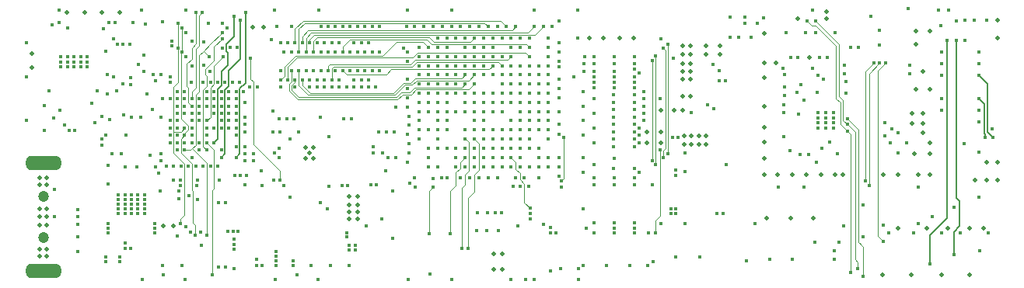
<source format=gbr>
G04 (created by PCBNEW (2013-07-07 BZR 4022)-stable) date 27/11/2015 23:20:48*
%MOIN*%
G04 Gerber Fmt 3.4, Leading zero omitted, Abs format*
%FSLAX34Y34*%
G01*
G70*
G90*
G04 APERTURE LIST*
%ADD10C,0.00590551*%
%ADD11C,0.019685*%
%ADD12C,0.0472441*%
%ADD13O,0.15748X0.0629921*%
%ADD14C,0.015748*%
%ADD15C,0.00393701*%
G04 APERTURE END LIST*
G54D10*
G54D11*
X62539Y-59232D03*
X62893Y-59232D03*
X62893Y-58562D03*
X62539Y-58562D03*
X56358Y-56082D03*
X56712Y-56082D03*
X56712Y-56437D03*
X56358Y-56437D03*
X56358Y-56751D03*
X56712Y-56751D03*
X56712Y-57066D03*
X56358Y-57066D03*
X70629Y-52381D03*
X70275Y-52381D03*
X69704Y-52381D03*
X71653Y-53838D03*
X71653Y-53484D03*
X70708Y-53838D03*
X70708Y-53484D03*
X71023Y-53484D03*
X71338Y-53484D03*
X71338Y-53838D03*
X71023Y-53838D03*
X69704Y-53307D03*
X69704Y-53779D03*
X70629Y-51771D03*
X70984Y-51771D03*
X71653Y-49606D03*
X72244Y-49606D03*
X70629Y-49606D03*
X70984Y-49606D03*
X70984Y-50000D03*
X70629Y-50000D03*
X70984Y-50728D03*
X70629Y-50728D03*
X70984Y-51062D03*
X70629Y-51062D03*
X83188Y-55393D03*
X83661Y-55393D03*
X83661Y-54606D03*
X42736Y-50551D03*
X42736Y-49940D03*
X46496Y-48188D03*
X45748Y-48188D03*
X44251Y-48188D03*
X45000Y-48188D03*
X52677Y-48818D03*
X52204Y-48818D03*
X48818Y-57362D03*
X48385Y-57362D03*
X79881Y-57440D03*
X76259Y-57007D03*
X75275Y-57007D03*
X74251Y-57007D03*
X69114Y-53779D03*
X69114Y-53307D03*
X67952Y-49271D03*
X68543Y-49271D03*
X67244Y-49271D03*
X66653Y-49271D03*
X80472Y-52952D03*
X80472Y-52519D03*
X76062Y-50118D03*
X74645Y-50354D03*
X84133Y-54606D03*
X84133Y-55393D03*
X84133Y-49291D03*
X84133Y-48503D03*
X76811Y-48149D03*
X80629Y-48996D03*
X80629Y-49566D03*
X80944Y-52952D03*
X80944Y-53346D03*
X81259Y-48996D03*
X80944Y-50708D03*
X80629Y-51496D03*
X81259Y-51496D03*
X80944Y-52519D03*
X81259Y-53779D03*
X80590Y-54251D03*
X81259Y-54251D03*
X79251Y-55157D03*
X79881Y-55157D03*
X76811Y-48464D03*
X75590Y-48464D03*
X74133Y-49094D03*
X74133Y-50354D03*
X74133Y-54448D03*
X43070Y-58346D03*
X43385Y-58346D03*
X43385Y-58661D03*
X43070Y-58661D03*
X43385Y-57322D03*
X43070Y-57322D03*
X43070Y-56614D03*
X43385Y-56614D03*
X43385Y-56968D03*
X43070Y-56968D03*
X43070Y-55590D03*
X43385Y-55590D03*
X43385Y-55275D03*
X43070Y-55275D03*
X81102Y-57440D03*
X82007Y-57440D03*
X82952Y-57440D03*
X83543Y-57440D03*
X82952Y-59448D03*
X81732Y-59448D03*
X79212Y-59448D03*
X80433Y-59448D03*
X72244Y-50000D03*
X71653Y-50000D03*
X70629Y-50393D03*
X70984Y-50393D03*
X80748Y-55157D03*
X81259Y-55157D03*
X74133Y-50984D03*
X74133Y-52224D03*
X74133Y-53110D03*
X74133Y-53740D03*
X77500Y-55157D03*
X77165Y-55157D03*
X76574Y-55157D03*
X75354Y-55157D03*
X75944Y-55157D03*
X74724Y-55157D03*
X54468Y-54448D03*
X54468Y-53976D03*
X54822Y-53976D03*
X54822Y-54448D03*
X54645Y-54212D03*
G54D12*
X43228Y-56082D03*
G54D13*
X43228Y-54665D03*
X43228Y-59271D03*
G54D12*
X43228Y-57854D03*
G54D11*
X74133Y-55157D03*
G54D14*
X67716Y-51181D03*
X66850Y-51181D03*
X68582Y-51181D03*
X70354Y-55196D03*
X70354Y-54960D03*
X57283Y-55570D03*
X57519Y-55570D03*
X53149Y-54212D03*
X55757Y-50679D03*
X55757Y-49891D03*
X55472Y-53503D03*
X55600Y-51387D03*
X57017Y-50679D03*
X53238Y-48789D03*
X54970Y-51387D03*
X54025Y-51387D03*
X57017Y-49891D03*
X55127Y-48789D03*
X56230Y-51387D03*
X55757Y-48789D03*
X56860Y-51387D03*
X57017Y-48789D03*
X57490Y-51387D03*
X57647Y-48789D03*
X56387Y-48789D03*
X59744Y-50472D03*
X51870Y-52047D03*
X59744Y-52440D03*
X59744Y-53228D03*
X50708Y-51200D03*
X59744Y-51259D03*
X65059Y-48799D03*
X62500Y-49685D03*
X63681Y-49685D03*
X60137Y-49685D03*
X61318Y-49685D03*
X59153Y-48799D03*
X75000Y-51397D03*
X76614Y-54015D03*
X55098Y-56358D03*
X55393Y-56633D03*
X51141Y-57598D03*
X51377Y-57598D03*
X63366Y-55649D03*
X65354Y-55216D03*
X51543Y-49692D03*
X52598Y-55629D03*
X51574Y-57598D03*
X60137Y-54015D03*
X62893Y-54409D03*
X63681Y-54015D03*
X59153Y-55295D03*
X64468Y-50472D03*
X53818Y-53622D03*
X45748Y-52657D03*
X64468Y-52440D03*
X61712Y-54409D03*
X49035Y-56200D03*
X49606Y-49409D03*
X49606Y-50492D03*
X64468Y-51259D03*
X64468Y-53228D03*
X76417Y-51633D03*
X75610Y-52559D03*
X61811Y-57559D03*
X70354Y-56830D03*
X56358Y-58385D03*
X56594Y-58385D03*
X56594Y-58188D03*
X56358Y-58188D03*
X71988Y-52303D03*
X83326Y-54173D03*
X71712Y-52165D03*
X72460Y-51122D03*
X72224Y-51122D03*
X70354Y-56614D03*
X70157Y-56614D03*
X70157Y-56830D03*
X64980Y-57637D03*
X51397Y-58149D03*
X65196Y-57637D03*
X75905Y-49055D03*
X76338Y-49055D03*
X51397Y-57933D03*
X64980Y-57421D03*
X64685Y-57283D03*
X51397Y-58366D03*
X44153Y-53031D03*
X44350Y-53248D03*
X46968Y-58307D03*
X44566Y-53248D03*
X46751Y-58307D03*
X46751Y-58070D03*
X56240Y-57637D03*
X56240Y-57834D03*
X64094Y-56830D03*
X64094Y-57066D03*
X48346Y-51889D03*
X44724Y-56653D03*
X44724Y-57283D03*
X48661Y-51889D03*
X58937Y-55511D03*
X49133Y-54783D03*
X50905Y-49311D03*
X50236Y-54094D03*
X72677Y-49251D03*
X51692Y-48503D03*
X50866Y-54409D03*
X73031Y-49251D03*
X51417Y-48346D03*
X50551Y-53779D03*
X73582Y-49251D03*
X51909Y-48169D03*
X51496Y-54409D03*
X60137Y-52047D03*
X57618Y-53307D03*
X60531Y-52047D03*
X57952Y-53307D03*
X60531Y-52440D03*
X58287Y-53307D03*
X49291Y-52204D03*
X45984Y-51673D03*
X45748Y-53877D03*
X44724Y-58464D03*
X45748Y-53622D03*
X44724Y-57834D03*
X75000Y-51751D03*
X75708Y-51279D03*
X76043Y-54271D03*
X81259Y-58976D03*
X81968Y-49370D03*
X61181Y-58307D03*
X61318Y-53622D03*
X61437Y-58307D03*
X82263Y-58582D03*
X82362Y-49370D03*
X61712Y-53622D03*
X75846Y-55669D03*
X62696Y-55295D03*
X76299Y-58051D03*
X62106Y-54409D03*
X60137Y-54803D03*
X67381Y-59055D03*
X69389Y-58877D03*
X60925Y-54015D03*
X69724Y-57244D03*
X60531Y-55295D03*
X70334Y-58700D03*
X60925Y-54803D03*
X71377Y-58700D03*
X61122Y-55295D03*
X61318Y-54803D03*
X72125Y-56830D03*
X61515Y-55295D03*
X72381Y-56830D03*
X74744Y-55669D03*
X62106Y-54803D03*
X79251Y-57322D03*
X62500Y-54015D03*
X80551Y-57637D03*
X61318Y-53228D03*
X81358Y-56948D03*
X62500Y-53622D03*
X81751Y-57637D03*
X62106Y-53622D03*
X62500Y-53228D03*
X82263Y-56535D03*
X83346Y-56102D03*
X62106Y-53228D03*
X61712Y-53228D03*
X82559Y-57637D03*
X78366Y-57834D03*
X62500Y-54803D03*
X62106Y-54015D03*
X79468Y-57637D03*
X62500Y-54409D03*
X77559Y-57362D03*
X77342Y-58051D03*
X61318Y-54015D03*
X74370Y-58779D03*
X61909Y-55295D03*
X73385Y-58858D03*
X61712Y-54803D03*
X69192Y-57637D03*
X60688Y-57677D03*
X61318Y-54409D03*
X75354Y-58779D03*
X62303Y-55295D03*
X64094Y-56574D03*
X63287Y-54409D03*
X66515Y-57440D03*
X63681Y-50866D03*
X60531Y-52834D03*
X63287Y-51259D03*
X63681Y-50472D03*
X60137Y-53622D03*
X54025Y-51072D03*
X61318Y-51259D03*
X54183Y-49891D03*
X62303Y-48799D03*
X63090Y-48799D03*
X54025Y-49498D03*
X53405Y-50679D03*
X60137Y-49291D03*
X59940Y-48799D03*
X53001Y-49340D03*
X61712Y-50866D03*
X54183Y-50679D03*
X53710Y-49498D03*
X61515Y-48799D03*
X53710Y-51072D03*
X64074Y-50078D03*
X53868Y-49891D03*
X61909Y-48799D03*
X53868Y-50679D03*
X61712Y-51259D03*
X59547Y-48799D03*
X53395Y-49498D03*
X59744Y-49685D03*
X53395Y-51072D03*
X61122Y-48799D03*
X53553Y-49891D03*
X63484Y-48799D03*
X54340Y-49498D03*
X64271Y-48799D03*
X54498Y-49891D03*
X64665Y-48799D03*
X54655Y-49498D03*
X54655Y-51072D03*
X60925Y-50472D03*
X61318Y-50472D03*
X54970Y-51072D03*
X55600Y-51072D03*
X62893Y-50472D03*
X62893Y-49291D03*
X55600Y-49498D03*
X56702Y-50679D03*
X62106Y-50078D03*
X56702Y-49891D03*
X60531Y-49291D03*
X56702Y-48789D03*
X60728Y-48799D03*
X61712Y-50078D03*
X56545Y-51387D03*
X60334Y-48799D03*
X57332Y-48789D03*
X62106Y-49685D03*
X57175Y-51387D03*
X63287Y-50078D03*
X55442Y-50679D03*
X55442Y-49891D03*
X62500Y-49291D03*
X63287Y-49291D03*
X55442Y-48789D03*
X62500Y-50866D03*
X55285Y-51387D03*
X56072Y-48789D03*
X64074Y-49291D03*
X62106Y-50866D03*
X55915Y-51387D03*
X60925Y-49291D03*
X56860Y-51072D03*
X61318Y-49291D03*
X56860Y-49498D03*
X56072Y-49891D03*
X64074Y-49685D03*
X62500Y-50472D03*
X56072Y-50679D03*
X62106Y-49291D03*
X54655Y-51387D03*
X57332Y-49891D03*
X62106Y-50472D03*
X62696Y-48799D03*
X57332Y-50679D03*
X60925Y-50866D03*
X54498Y-50679D03*
X61318Y-50866D03*
X54340Y-51072D03*
X61712Y-50472D03*
X54812Y-50679D03*
X61712Y-49291D03*
X54812Y-49891D03*
X66377Y-54409D03*
X63287Y-54015D03*
X65354Y-51062D03*
X67677Y-52047D03*
X66850Y-51889D03*
X64862Y-50866D03*
X66377Y-51574D03*
X64074Y-50866D03*
X67677Y-52677D03*
X65354Y-51850D03*
X65354Y-49881D03*
X68976Y-51574D03*
X65354Y-51456D03*
X66377Y-52204D03*
X67677Y-52362D03*
X63681Y-51259D03*
X67677Y-51732D03*
X63287Y-50866D03*
X68582Y-51732D03*
X64862Y-49685D03*
X65354Y-49488D03*
X68976Y-51889D03*
X62893Y-51259D03*
X66850Y-52519D03*
X64862Y-50078D03*
X68582Y-52047D03*
X66850Y-53779D03*
X64074Y-53622D03*
X68582Y-53937D03*
X63287Y-54803D03*
X64862Y-51653D03*
X66377Y-52834D03*
X64862Y-52440D03*
X67677Y-52992D03*
X67677Y-53937D03*
X64074Y-54015D03*
X65354Y-54803D03*
X68779Y-53779D03*
X64862Y-52834D03*
X66377Y-53464D03*
X67677Y-53622D03*
X63681Y-53228D03*
X67677Y-53307D03*
X65354Y-52992D03*
X64468Y-54409D03*
X68582Y-53622D03*
X65354Y-52440D03*
X66850Y-53149D03*
X65354Y-54409D03*
X68779Y-53464D03*
X63287Y-51653D03*
X68976Y-52519D03*
X64468Y-54015D03*
X68779Y-53149D03*
X68582Y-52362D03*
X64862Y-51259D03*
X68582Y-52992D03*
X64862Y-53622D03*
X59350Y-53228D03*
X77263Y-54251D03*
X54192Y-53307D03*
X59744Y-52047D03*
X79340Y-50364D03*
X63681Y-54803D03*
X79251Y-58011D03*
X49094Y-55374D03*
X64468Y-52047D03*
X52244Y-54566D03*
X64862Y-52047D03*
X64862Y-54803D03*
X67677Y-54881D03*
X63287Y-52047D03*
X49842Y-55374D03*
X50777Y-55393D03*
X64074Y-52834D03*
X63287Y-53622D03*
X68582Y-54881D03*
X78464Y-55433D03*
X78828Y-50364D03*
X66377Y-55039D03*
X63484Y-55295D03*
X79084Y-50364D03*
X78641Y-55610D03*
X66850Y-54724D03*
X62893Y-53622D03*
X49606Y-53464D03*
X53385Y-53307D03*
X51496Y-52204D03*
X59350Y-51259D03*
X51496Y-52519D03*
X59350Y-51653D03*
X51496Y-53149D03*
X58858Y-51850D03*
X60137Y-51653D03*
X51181Y-53149D03*
X50866Y-53149D03*
X59350Y-52440D03*
X51181Y-52519D03*
X60137Y-52834D03*
X50866Y-52519D03*
X59350Y-53622D03*
X50551Y-52519D03*
X58858Y-54606D03*
X50236Y-53149D03*
X59350Y-52834D03*
X51496Y-52834D03*
X59744Y-51653D03*
X53090Y-52421D03*
X60531Y-51653D03*
X50866Y-52204D03*
X50551Y-53149D03*
X58897Y-52637D03*
X50866Y-52834D03*
X58897Y-54212D03*
X49448Y-54783D03*
X49291Y-53779D03*
X51889Y-55590D03*
X50236Y-51574D03*
X58858Y-49881D03*
X50236Y-51889D03*
X58681Y-49724D03*
X51338Y-51200D03*
X60531Y-50472D03*
X51811Y-51574D03*
X59350Y-50866D03*
X60137Y-50866D03*
X51496Y-51574D03*
X51496Y-51889D03*
X60531Y-50866D03*
X51181Y-52204D03*
X58858Y-51456D03*
X50551Y-52204D03*
X60925Y-52440D03*
X49921Y-52834D03*
X58897Y-53031D03*
X60531Y-50078D03*
X50551Y-51574D03*
X50551Y-51889D03*
X60925Y-51259D03*
X60925Y-51653D03*
X50236Y-52204D03*
X59350Y-50078D03*
X50866Y-51574D03*
X60531Y-51259D03*
X50866Y-51889D03*
X58858Y-50275D03*
X51181Y-51574D03*
X51181Y-51889D03*
X58858Y-51062D03*
X64074Y-54803D03*
X51948Y-55177D03*
X63838Y-55295D03*
X51692Y-55177D03*
X50866Y-54094D03*
X63681Y-53622D03*
X57381Y-54232D03*
X58208Y-55866D03*
X64035Y-55649D03*
X51437Y-55177D03*
X62598Y-56771D03*
X49763Y-54783D03*
X49606Y-54409D03*
X49606Y-53779D03*
X51181Y-52834D03*
X58897Y-53818D03*
X50354Y-50098D03*
X63287Y-53228D03*
X50255Y-57736D03*
X50905Y-49035D03*
X49291Y-54094D03*
X62893Y-53228D03*
X48996Y-49704D03*
X48996Y-48641D03*
X49291Y-53149D03*
X49114Y-57263D03*
X49744Y-57736D03*
X49291Y-53464D03*
X49173Y-49901D03*
X49173Y-48838D03*
X62893Y-54803D03*
X49291Y-51574D03*
X49921Y-53779D03*
X50078Y-54783D03*
X49822Y-55629D03*
X49094Y-55629D03*
X48818Y-54783D03*
X48326Y-48582D03*
X48740Y-49606D03*
X48740Y-49409D03*
X51023Y-51200D03*
X50078Y-51200D03*
X48976Y-51574D03*
X46003Y-54763D03*
X51870Y-53307D03*
X51870Y-52677D03*
X50708Y-54783D03*
X49921Y-51889D03*
X48976Y-53779D03*
X62874Y-56771D03*
X62283Y-56771D03*
X61850Y-56771D03*
X67716Y-50393D03*
X66850Y-57224D03*
X67716Y-57224D03*
X67716Y-57440D03*
X68582Y-57440D03*
X68582Y-57224D03*
X66377Y-56614D03*
X68582Y-55590D03*
X68582Y-57657D03*
X67716Y-57657D03*
X66850Y-57657D03*
X66850Y-50078D03*
X67716Y-55590D03*
X68582Y-55275D03*
X67716Y-55275D03*
X68582Y-51417D03*
X67716Y-51417D03*
X66850Y-51417D03*
X67716Y-50708D03*
X67716Y-50944D03*
X68582Y-50944D03*
X66850Y-50944D03*
X68582Y-50629D03*
X66850Y-50708D03*
X68582Y-50078D03*
X67716Y-50078D03*
X66850Y-55275D03*
X68582Y-50393D03*
X66850Y-50393D03*
X66850Y-55590D03*
X62755Y-57559D03*
X62244Y-57559D03*
X63267Y-59645D03*
X63897Y-59645D03*
X55472Y-55649D03*
X56043Y-55610D03*
X56279Y-55610D03*
X57086Y-57342D03*
X58208Y-57874D03*
X57755Y-57066D03*
X55531Y-59035D03*
X56358Y-59035D03*
X54704Y-59035D03*
X72500Y-54724D03*
X71023Y-52480D03*
X70728Y-54212D03*
X70748Y-55019D03*
X69685Y-51889D03*
X72224Y-50688D03*
X71929Y-50433D03*
X70255Y-50137D03*
X59744Y-50866D03*
X66161Y-59645D03*
X66161Y-59173D03*
X47066Y-48602D03*
X75000Y-50846D03*
X75846Y-51968D03*
X76377Y-54625D03*
X60137Y-53228D03*
X75688Y-54271D03*
X80314Y-48031D03*
X74114Y-48425D03*
X64468Y-51653D03*
X66141Y-49271D03*
X66456Y-50078D03*
X66417Y-50393D03*
X56437Y-52736D03*
X63287Y-50472D03*
X59744Y-54803D03*
X59940Y-55334D03*
X61712Y-52834D03*
X57775Y-54232D03*
X58011Y-54409D03*
X58326Y-54409D03*
X49330Y-48070D03*
X49566Y-51200D03*
X49606Y-53149D03*
X64468Y-55275D03*
X76761Y-52923D03*
X77096Y-52923D03*
X76427Y-52923D03*
X76427Y-53139D03*
X77096Y-53139D03*
X76761Y-53139D03*
X76761Y-52470D03*
X77096Y-52470D03*
X76427Y-52470D03*
X76427Y-52706D03*
X77096Y-52706D03*
X76761Y-52706D03*
X83661Y-48503D03*
X82716Y-53818D03*
X83326Y-52874D03*
X83326Y-52381D03*
X83917Y-53188D03*
X76220Y-48070D03*
X82027Y-48070D03*
X81594Y-48070D03*
X78700Y-48366D03*
X74990Y-52135D03*
X74950Y-50580D03*
X76210Y-50580D03*
X75246Y-54124D03*
X76958Y-53750D03*
X75580Y-50103D03*
X75265Y-50103D03*
X76525Y-50103D03*
X76840Y-50103D03*
X76663Y-51053D03*
X75068Y-49064D03*
X77175Y-49064D03*
X76427Y-50895D03*
X77627Y-51643D03*
X77627Y-51151D03*
X77568Y-50462D03*
X77568Y-50816D03*
X77844Y-49675D03*
X78179Y-49675D03*
X79084Y-49576D03*
X79084Y-48946D03*
X79616Y-53198D03*
X79301Y-52903D03*
X79301Y-53474D03*
X79891Y-53356D03*
X80246Y-53789D03*
X79537Y-53789D03*
X79891Y-54202D03*
X80364Y-50462D03*
X80364Y-50816D03*
X62893Y-54015D03*
X43700Y-56968D03*
X51397Y-59192D03*
X63681Y-55649D03*
X70748Y-57244D03*
X69133Y-59055D03*
X68366Y-59055D03*
X69724Y-49311D03*
X43700Y-55787D03*
X44724Y-56968D03*
X73307Y-48385D03*
X48385Y-59448D03*
X47460Y-59645D03*
X49311Y-59645D03*
X54094Y-59448D03*
X53169Y-59645D03*
X55019Y-59645D03*
X59803Y-59429D03*
X58877Y-59645D03*
X60728Y-59645D03*
X64291Y-59645D03*
X65433Y-55688D03*
X65964Y-50964D03*
X66141Y-48070D03*
X64271Y-48070D03*
X60748Y-48070D03*
X58858Y-48070D03*
X55039Y-48070D03*
X53149Y-48070D03*
X47440Y-48070D03*
X42500Y-52834D03*
X42500Y-50944D03*
X42500Y-49488D03*
X43897Y-48070D03*
X64980Y-59271D03*
X70433Y-53543D03*
X70216Y-53543D03*
X69350Y-55590D03*
X64468Y-54803D03*
X63681Y-52440D03*
X65354Y-50511D03*
X60137Y-51259D03*
X59350Y-49685D03*
X64074Y-53228D03*
X62106Y-51653D03*
X61712Y-51653D03*
X62500Y-50078D03*
X50905Y-48641D03*
X73759Y-57244D03*
X80748Y-55669D03*
X80748Y-57244D03*
X44842Y-50098D03*
X44842Y-50531D03*
X44842Y-50314D03*
X44271Y-50098D03*
X44271Y-50531D03*
X44271Y-50314D03*
X44547Y-50098D03*
X44547Y-50531D03*
X44547Y-50314D03*
X45118Y-50098D03*
X45118Y-50531D03*
X45118Y-50314D03*
X43976Y-50314D03*
X43976Y-50531D03*
X43976Y-50098D03*
X53208Y-58444D03*
X49330Y-57401D03*
X49547Y-57618D03*
X48011Y-57657D03*
X48011Y-57460D03*
X48976Y-57795D03*
X48011Y-57263D03*
X47283Y-56023D03*
X47283Y-56830D03*
X47283Y-56417D03*
X47283Y-56220D03*
X47283Y-56633D03*
X46732Y-56023D03*
X46732Y-56830D03*
X46732Y-56417D03*
X46732Y-56220D03*
X46732Y-56633D03*
X47578Y-56633D03*
X47578Y-56220D03*
X47578Y-56417D03*
X47578Y-56830D03*
X47578Y-56023D03*
X47007Y-56023D03*
X47007Y-56830D03*
X47007Y-56417D03*
X47007Y-56220D03*
X47007Y-56633D03*
X46437Y-56633D03*
X46437Y-56220D03*
X46437Y-56417D03*
X46437Y-56830D03*
X46437Y-56023D03*
X77145Y-58779D03*
X77145Y-58425D03*
X78366Y-56456D03*
X83366Y-58425D03*
X60137Y-50472D03*
X61712Y-54015D03*
X63681Y-54409D03*
X83759Y-57657D03*
X50314Y-48641D03*
X58858Y-53425D03*
X62893Y-50866D03*
X64862Y-50472D03*
X55127Y-49891D03*
X56545Y-51072D03*
X55915Y-49498D03*
X56387Y-49891D03*
X46299Y-48602D03*
X51043Y-59133D03*
X50728Y-59133D03*
X52362Y-58779D03*
X53208Y-59035D03*
X53956Y-58838D03*
X53956Y-59035D03*
X53208Y-58838D03*
X53208Y-58641D03*
X58858Y-52244D03*
X51496Y-53464D03*
X50374Y-50708D03*
X51870Y-54566D03*
X46181Y-54251D03*
X46062Y-52795D03*
X64862Y-53228D03*
X64074Y-52440D03*
X55098Y-52696D03*
X56102Y-52736D03*
X53110Y-55393D03*
X53543Y-55629D03*
X53818Y-56102D03*
X51043Y-56338D03*
X50728Y-56338D03*
X59350Y-52047D03*
X65334Y-48562D03*
X61318Y-51653D03*
X64074Y-50472D03*
X46377Y-51555D03*
X47539Y-50728D03*
X46259Y-50944D03*
X58799Y-48789D03*
X55285Y-49498D03*
X56387Y-50679D03*
X55127Y-50679D03*
X55285Y-51072D03*
X55915Y-51072D03*
X57175Y-51072D03*
X57175Y-49498D03*
X57647Y-50679D03*
X57647Y-49891D03*
X53868Y-48789D03*
X56545Y-49498D03*
X53395Y-51387D03*
X59350Y-50472D03*
X60531Y-49685D03*
X63287Y-49685D03*
X63681Y-49291D03*
X60137Y-52440D03*
X60531Y-54015D03*
X60531Y-53228D03*
X62106Y-52834D03*
X62500Y-52047D03*
X62106Y-52047D03*
X61712Y-52047D03*
X61318Y-52047D03*
X49842Y-56220D03*
X48661Y-50944D03*
X47618Y-48700D03*
X51653Y-51200D03*
X51870Y-53937D03*
X51870Y-52992D03*
X49606Y-52519D03*
X48051Y-51102D03*
X47677Y-51673D03*
X45433Y-52933D03*
X48976Y-52204D03*
X47007Y-52677D03*
X48031Y-54822D03*
X47401Y-52677D03*
X48503Y-54783D03*
X48169Y-55098D03*
X48818Y-55393D03*
X50393Y-54783D03*
X51496Y-53937D03*
X52086Y-51397D03*
X52401Y-51397D03*
X49960Y-57618D03*
X47952Y-50866D03*
X48267Y-50866D03*
X46043Y-48602D03*
X45807Y-48897D03*
X43681Y-52716D03*
X43267Y-53248D03*
X43267Y-52185D03*
X45551Y-51535D03*
X45295Y-52086D03*
X47795Y-54330D03*
X48287Y-54566D03*
X45984Y-50866D03*
X46633Y-51259D03*
X47303Y-50413D03*
X46791Y-53444D03*
X45925Y-53444D03*
X50098Y-49468D03*
X50098Y-50452D03*
X50905Y-49704D03*
X53090Y-53307D03*
X48976Y-51889D03*
X48976Y-52519D03*
X49921Y-54094D03*
X51870Y-54251D03*
X50393Y-51200D03*
X64862Y-49291D03*
X43917Y-48602D03*
X49468Y-56062D03*
X49035Y-55866D03*
X48346Y-59055D03*
X49173Y-59055D03*
X64074Y-51259D03*
X61318Y-50078D03*
X69488Y-54724D03*
X61712Y-49685D03*
X69488Y-50039D03*
X69330Y-50236D03*
X69330Y-54566D03*
X64468Y-50866D03*
X69822Y-54409D03*
X69822Y-49724D03*
X60137Y-50078D03*
X70019Y-54251D03*
X70019Y-49547D03*
X59744Y-50078D03*
X78149Y-59173D03*
X59744Y-54409D03*
X66377Y-59055D03*
X76338Y-48543D03*
X77706Y-53001D03*
X49783Y-48169D03*
X49606Y-52204D03*
X77854Y-59350D03*
X59744Y-54015D03*
X65393Y-59173D03*
X75984Y-48543D03*
X77706Y-53277D03*
X50039Y-48169D03*
X49606Y-51889D03*
X62500Y-51653D03*
X82755Y-49370D03*
X65354Y-50275D03*
X68976Y-52204D03*
X64862Y-54409D03*
X68582Y-53307D03*
X48661Y-53779D03*
X46574Y-54251D03*
X49606Y-52834D03*
X53346Y-52755D03*
X53661Y-52755D03*
X48661Y-53464D03*
X52578Y-54980D03*
X48976Y-53464D03*
X50236Y-53464D03*
X52244Y-54251D03*
X73307Y-48661D03*
X49350Y-49035D03*
X51102Y-48838D03*
X49291Y-52519D03*
X46673Y-52578D03*
X72677Y-48385D03*
X73858Y-48661D03*
X51259Y-49685D03*
X49350Y-50098D03*
X53385Y-55393D03*
X59173Y-55688D03*
X52125Y-50137D03*
X47539Y-50019D03*
X43937Y-52401D03*
X53976Y-52755D03*
X48976Y-54094D03*
X48287Y-52677D03*
X48661Y-53149D03*
X48287Y-54251D03*
X47893Y-52362D03*
X48661Y-52834D03*
X82755Y-48503D03*
X82362Y-48543D03*
X81712Y-48740D03*
X53346Y-54015D03*
X53346Y-54409D03*
X43484Y-51535D03*
X44291Y-48858D03*
X45925Y-49842D03*
X46023Y-55551D03*
X47244Y-54803D03*
X46751Y-54803D03*
X48248Y-55866D03*
X46023Y-57263D03*
X46023Y-57657D03*
X46023Y-57460D03*
X50000Y-58188D03*
X45905Y-58700D03*
X52362Y-59035D03*
X52598Y-59035D03*
X46496Y-58700D03*
X45905Y-58897D03*
X46496Y-58897D03*
X83149Y-48503D03*
X75531Y-51633D03*
X65354Y-53425D03*
X46968Y-50984D03*
X48976Y-52834D03*
X48976Y-53149D03*
X46968Y-51299D03*
X67716Y-54468D03*
X64468Y-52834D03*
X74990Y-52490D03*
X68779Y-50787D03*
X59940Y-55688D03*
X59763Y-57677D03*
X69468Y-57637D03*
X69665Y-54094D03*
X78385Y-59527D03*
X77706Y-52746D03*
X50236Y-53779D03*
X50472Y-59448D03*
X83326Y-50885D03*
X83937Y-53562D03*
X64074Y-52047D03*
X81751Y-49881D03*
X50944Y-50098D03*
X50236Y-52834D03*
X83326Y-51889D03*
X83602Y-53562D03*
X63681Y-52047D03*
X81751Y-50885D03*
X49921Y-52519D03*
X64074Y-51653D03*
X83326Y-49881D03*
X81751Y-51870D03*
X49291Y-51889D03*
X83326Y-50374D03*
X63681Y-51653D03*
X81751Y-50374D03*
X49921Y-52204D03*
X48661Y-51200D03*
X81751Y-52381D03*
X68582Y-52677D03*
X63681Y-52834D03*
X63287Y-52834D03*
X68976Y-52834D03*
X74990Y-53513D03*
X68779Y-55039D03*
X65433Y-55433D03*
X60295Y-55295D03*
X65551Y-53543D03*
X58326Y-52244D03*
X57893Y-54980D03*
X62893Y-52440D03*
X62500Y-52440D03*
X62106Y-52440D03*
X61712Y-52440D03*
X61318Y-52440D03*
X62893Y-52047D03*
X62893Y-51653D03*
X46948Y-49566D03*
X46653Y-49566D03*
X46417Y-49566D03*
X46259Y-49311D03*
X43602Y-48720D03*
X63562Y-57342D03*
X66397Y-50708D03*
X60925Y-54409D03*
X57381Y-53956D03*
X62893Y-50078D03*
X60925Y-50078D03*
X54970Y-49498D03*
G54D15*
X50236Y-51200D02*
X50236Y-50925D01*
X50177Y-50629D02*
X50551Y-50255D01*
X50177Y-50866D02*
X50177Y-50629D01*
X50236Y-50925D02*
X50177Y-50866D01*
X50551Y-50255D02*
X50551Y-49665D01*
X50551Y-49665D02*
X50905Y-49311D01*
X50236Y-54094D02*
X50078Y-53937D01*
X50236Y-51348D02*
X50236Y-51200D01*
X50078Y-51505D02*
X50236Y-51348D01*
X50078Y-53937D02*
X50078Y-51505D01*
G54D10*
X51181Y-50688D02*
X51692Y-50177D01*
X51023Y-54251D02*
X51023Y-51515D01*
X51023Y-51515D02*
X51181Y-51358D01*
X51181Y-51358D02*
X51181Y-50688D01*
X50866Y-54409D02*
X51023Y-54251D01*
X51692Y-48503D02*
X51692Y-50177D01*
X51126Y-50457D02*
X51126Y-49906D01*
X51417Y-49232D02*
X51417Y-48346D01*
X51082Y-49566D02*
X51417Y-49232D01*
X51082Y-49862D02*
X51082Y-49566D01*
X51126Y-49906D02*
X51082Y-49862D01*
X50551Y-53779D02*
X50708Y-53622D01*
X50866Y-51318D02*
X50866Y-50718D01*
X50708Y-51476D02*
X50866Y-51318D01*
X50708Y-53622D02*
X50708Y-51476D01*
X50866Y-50718D02*
X51126Y-50457D01*
X51904Y-48174D02*
X51904Y-48548D01*
X51653Y-54251D02*
X51653Y-51466D01*
X51653Y-51466D02*
X51904Y-51215D01*
X51496Y-54409D02*
X51653Y-54251D01*
X51904Y-48602D02*
X51904Y-48548D01*
X51904Y-51215D02*
X51904Y-48602D01*
X51904Y-48174D02*
X51909Y-48169D01*
X51904Y-48174D02*
X51909Y-48169D01*
G54D15*
X61181Y-55708D02*
X61181Y-58307D01*
G54D10*
X81968Y-57027D02*
X81259Y-57736D01*
X81259Y-57736D02*
X81259Y-58976D01*
X81968Y-49370D02*
X81968Y-57027D01*
G54D15*
X61181Y-55708D02*
X61200Y-55688D01*
X61318Y-55236D02*
X61318Y-55570D01*
X61318Y-55570D02*
X61200Y-55688D01*
X61200Y-55688D02*
X61181Y-55708D01*
X61318Y-53622D02*
X61338Y-53622D01*
X61476Y-54980D02*
X61318Y-55137D01*
X61476Y-53759D02*
X61476Y-54980D01*
X61338Y-53622D02*
X61476Y-53759D01*
X61318Y-55137D02*
X61318Y-55236D01*
X61909Y-54645D02*
X61909Y-54960D01*
X61909Y-54960D02*
X61712Y-55157D01*
X61712Y-55157D02*
X61712Y-55885D01*
X61437Y-58307D02*
X61437Y-56161D01*
X61437Y-56161D02*
X61712Y-55885D01*
G54D10*
X82362Y-56141D02*
X82519Y-56299D01*
X82519Y-56299D02*
X82519Y-57362D01*
X82519Y-57362D02*
X82263Y-57618D01*
X82263Y-57618D02*
X82263Y-58582D01*
X82362Y-56141D02*
X82362Y-55551D01*
X82362Y-49370D02*
X82362Y-55551D01*
G54D15*
X61712Y-53622D02*
X61909Y-53818D01*
X61909Y-53818D02*
X61909Y-54645D01*
X60688Y-57500D02*
X60688Y-57677D01*
X61102Y-54625D02*
X61102Y-54881D01*
X61102Y-54881D02*
X60925Y-55059D01*
X60925Y-55059D02*
X60925Y-55629D01*
X60925Y-55629D02*
X60688Y-55866D01*
X60688Y-55866D02*
X60688Y-57500D01*
X61318Y-54409D02*
X61102Y-54625D01*
X63484Y-54606D02*
X63484Y-54921D01*
X63484Y-54921D02*
X63661Y-55098D01*
X63661Y-55098D02*
X63661Y-55354D01*
X63661Y-55354D02*
X63858Y-55551D01*
X63858Y-55551D02*
X63858Y-56338D01*
X63858Y-56338D02*
X64094Y-56574D01*
X63287Y-54409D02*
X63484Y-54606D01*
X54025Y-51171D02*
X54025Y-51072D01*
X53877Y-51318D02*
X54025Y-51171D01*
X53877Y-51515D02*
X53877Y-51318D01*
X54183Y-51820D02*
X53877Y-51515D01*
X58375Y-51820D02*
X54183Y-51820D01*
X58582Y-51614D02*
X58375Y-51820D01*
X58946Y-51614D02*
X58582Y-51614D01*
X59153Y-51407D02*
X58946Y-51614D01*
X61171Y-51407D02*
X59153Y-51407D01*
X61318Y-51259D02*
X61171Y-51407D01*
X54183Y-49891D02*
X54183Y-48907D01*
X54183Y-48907D02*
X54192Y-48897D01*
X62303Y-48799D02*
X62145Y-48641D01*
X54448Y-48641D02*
X54192Y-48897D01*
X62145Y-48641D02*
X54448Y-48641D01*
X62834Y-48543D02*
X63090Y-48799D01*
X62293Y-48543D02*
X62834Y-48543D01*
X62440Y-48543D02*
X62293Y-48543D01*
X62293Y-48543D02*
X54370Y-48543D01*
X54370Y-48543D02*
X54025Y-48887D01*
X54025Y-48887D02*
X54025Y-49498D01*
X61712Y-50866D02*
X61476Y-51102D01*
X61476Y-51102D02*
X59251Y-51102D01*
X59251Y-51102D02*
X59055Y-51299D01*
X59055Y-51299D02*
X58740Y-51299D01*
X58307Y-51732D02*
X54842Y-51732D01*
X58740Y-51299D02*
X58307Y-51732D01*
X54842Y-51732D02*
X54586Y-51732D01*
X54586Y-51732D02*
X54183Y-51328D01*
X54183Y-51328D02*
X54183Y-50679D01*
X53710Y-51072D02*
X53710Y-50521D01*
X63917Y-49921D02*
X64074Y-50078D01*
X59281Y-49921D02*
X63917Y-49921D01*
X59074Y-50127D02*
X59281Y-49921D01*
X54104Y-50127D02*
X59074Y-50127D01*
X53710Y-50521D02*
X54104Y-50127D01*
X61712Y-51259D02*
X61476Y-51496D01*
X53868Y-51161D02*
X53868Y-50679D01*
X53789Y-51240D02*
X53868Y-51161D01*
X53789Y-51564D02*
X53789Y-51240D01*
X54133Y-51909D02*
X53789Y-51564D01*
X58425Y-51909D02*
X54133Y-51909D01*
X58631Y-51702D02*
X58425Y-51909D01*
X58996Y-51702D02*
X58631Y-51702D01*
X59202Y-51496D02*
X58996Y-51702D01*
X61476Y-51496D02*
X59202Y-51496D01*
X59744Y-49685D02*
X59507Y-49448D01*
X59507Y-49448D02*
X58375Y-49448D01*
X58375Y-49448D02*
X57785Y-50039D01*
X53562Y-50905D02*
X53395Y-51072D01*
X53562Y-50511D02*
X53562Y-50905D01*
X54035Y-50039D02*
X53562Y-50511D01*
X57785Y-50039D02*
X54035Y-50039D01*
X63326Y-48956D02*
X63484Y-48799D01*
X62824Y-48956D02*
X63326Y-48956D01*
X62933Y-48956D02*
X62824Y-48956D01*
X62824Y-48956D02*
X54586Y-48956D01*
X54586Y-48956D02*
X54340Y-49202D01*
X54340Y-49202D02*
X54340Y-49498D01*
X64015Y-49055D02*
X64271Y-48799D01*
X63110Y-49055D02*
X64015Y-49055D01*
X63228Y-49055D02*
X63110Y-49055D01*
X63110Y-49055D02*
X54724Y-49055D01*
X54724Y-49055D02*
X54498Y-49281D01*
X54498Y-49281D02*
X54498Y-49891D01*
X64320Y-49143D02*
X64665Y-48799D01*
X63750Y-49143D02*
X64320Y-49143D01*
X63927Y-49143D02*
X63750Y-49143D01*
X63750Y-49143D02*
X54852Y-49143D01*
X54852Y-49143D02*
X54655Y-49340D01*
X54655Y-49340D02*
X54655Y-49498D01*
X62480Y-50314D02*
X62736Y-50314D01*
X62736Y-50314D02*
X62893Y-50472D01*
X56003Y-50521D02*
X55669Y-50521D01*
X55600Y-50590D02*
X55600Y-51072D01*
X55669Y-50521D02*
X55600Y-50590D01*
X59045Y-50521D02*
X56003Y-50521D01*
X56003Y-50521D02*
X55826Y-50521D01*
X59251Y-50314D02*
X59045Y-50521D01*
X62480Y-50314D02*
X59251Y-50314D01*
X55748Y-50433D02*
X58976Y-50433D01*
X63139Y-50226D02*
X63287Y-50078D01*
X59183Y-50226D02*
X63139Y-50226D01*
X58976Y-50433D02*
X59183Y-50226D01*
X55925Y-50433D02*
X55748Y-50433D01*
X55748Y-50433D02*
X55501Y-50433D01*
X55442Y-50492D02*
X55442Y-50679D01*
X55501Y-50433D02*
X55442Y-50492D01*
X55925Y-50433D02*
X55688Y-50433D01*
X64074Y-49685D02*
X63956Y-49566D01*
X56072Y-49655D02*
X56072Y-49891D01*
X56387Y-49340D02*
X56072Y-49655D01*
X59675Y-49340D02*
X56387Y-49340D01*
X59872Y-49537D02*
X59675Y-49340D01*
X63927Y-49537D02*
X59872Y-49537D01*
X63937Y-49547D02*
X63927Y-49537D01*
X63956Y-49566D02*
X63937Y-49547D01*
X62500Y-50472D02*
X62342Y-50629D01*
X62342Y-50629D02*
X58139Y-50629D01*
X58139Y-50629D02*
X57933Y-50836D01*
X57933Y-50836D02*
X56230Y-50836D01*
X56230Y-50836D02*
X56072Y-50679D01*
X61318Y-50866D02*
X61181Y-51003D01*
X58690Y-51210D02*
X58257Y-51643D01*
X58257Y-51643D02*
X54970Y-51643D01*
X58966Y-51210D02*
X58690Y-51210D01*
X59163Y-51013D02*
X58966Y-51210D01*
X61181Y-51003D02*
X61171Y-51013D01*
X61171Y-51013D02*
X59163Y-51013D01*
X54970Y-51643D02*
X54812Y-51643D01*
X54970Y-51643D02*
X54665Y-51643D01*
X54665Y-51643D02*
X54340Y-51318D01*
X54340Y-51318D02*
X54340Y-51072D01*
X61555Y-49448D02*
X61712Y-49291D01*
X61220Y-49448D02*
X61555Y-49448D01*
X61220Y-49448D02*
X59960Y-49448D01*
X59960Y-49448D02*
X59763Y-49251D01*
X59763Y-49251D02*
X54980Y-49251D01*
X54980Y-49251D02*
X54812Y-49419D01*
X54812Y-49419D02*
X54812Y-49891D01*
X79340Y-50364D02*
X79015Y-50688D01*
X79015Y-57775D02*
X79251Y-58011D01*
X79015Y-50688D02*
X79015Y-57775D01*
X78464Y-55433D02*
X78464Y-50728D01*
X78464Y-50728D02*
X78828Y-50364D01*
X78641Y-55610D02*
X78641Y-50807D01*
X78641Y-50807D02*
X79084Y-50364D01*
X50098Y-49842D02*
X50354Y-50098D01*
X50255Y-57736D02*
X50255Y-54980D01*
X49842Y-54251D02*
X49616Y-54025D01*
X50236Y-54645D02*
X49842Y-54251D01*
X50236Y-54960D02*
X50236Y-54645D01*
X50255Y-54980D02*
X50236Y-54960D01*
X49763Y-53877D02*
X49616Y-54025D01*
X49616Y-54025D02*
X49547Y-54094D01*
X49547Y-54094D02*
X49291Y-54094D01*
X49763Y-52913D02*
X49763Y-53877D01*
X49921Y-50019D02*
X50098Y-49842D01*
X50098Y-49842D02*
X50374Y-49566D01*
X49921Y-51574D02*
X49921Y-50019D01*
X49763Y-51732D02*
X49921Y-51574D01*
X49763Y-52913D02*
X49763Y-51732D01*
X50374Y-49566D02*
X50905Y-49035D01*
X48996Y-49704D02*
X48996Y-51200D01*
X48996Y-51200D02*
X48818Y-51377D01*
X49291Y-53149D02*
X49133Y-53307D01*
X49133Y-53307D02*
X48818Y-53307D01*
X48818Y-54212D02*
X48818Y-53307D01*
X48818Y-53307D02*
X48818Y-51377D01*
X48976Y-49724D02*
X48996Y-49704D01*
X48996Y-48641D02*
X48996Y-49704D01*
X48996Y-49035D02*
X48996Y-48641D01*
X48996Y-49035D02*
X48996Y-48956D01*
X49291Y-55019D02*
X49291Y-54685D01*
X49291Y-54685D02*
X48818Y-54212D01*
X49114Y-57047D02*
X49114Y-57263D01*
X49291Y-56870D02*
X49114Y-57047D01*
X49291Y-55019D02*
X49291Y-56870D01*
X49448Y-53149D02*
X49448Y-53051D01*
X49133Y-49940D02*
X49173Y-49901D01*
X49133Y-52736D02*
X49133Y-49940D01*
X49448Y-53051D02*
X49133Y-52736D01*
X49291Y-53464D02*
X49133Y-53622D01*
X49133Y-53622D02*
X49133Y-54212D01*
X49133Y-54212D02*
X49606Y-54685D01*
X49606Y-54685D02*
X49606Y-55826D01*
X49606Y-55826D02*
X49645Y-55866D01*
X49645Y-55866D02*
X49645Y-57224D01*
X49645Y-57224D02*
X49744Y-57322D01*
X49744Y-57322D02*
X49744Y-57736D01*
X49291Y-53464D02*
X49291Y-53385D01*
X49291Y-53385D02*
X49448Y-53228D01*
X49448Y-53228D02*
X49448Y-53149D01*
X49173Y-48838D02*
X49173Y-49901D01*
X69488Y-54724D02*
X69488Y-50039D01*
X69330Y-50236D02*
X69330Y-54566D01*
X69822Y-54409D02*
X69822Y-54114D01*
X69921Y-49822D02*
X69822Y-49724D01*
X69921Y-54015D02*
X69921Y-49822D01*
X69822Y-54114D02*
X69921Y-54015D01*
X70019Y-54251D02*
X70019Y-49547D01*
X78031Y-53326D02*
X78031Y-58799D01*
X77706Y-53001D02*
X78031Y-53326D01*
X78149Y-58917D02*
X78149Y-59173D01*
X78031Y-58799D02*
X78149Y-58917D01*
X77706Y-53001D02*
X77519Y-52814D01*
X77342Y-49547D02*
X76338Y-48543D01*
X77342Y-51791D02*
X77342Y-49547D01*
X77519Y-51968D02*
X77342Y-51791D01*
X77519Y-52814D02*
X77519Y-51968D01*
X49448Y-52047D02*
X49448Y-51417D01*
X49448Y-51417D02*
X49389Y-51358D01*
X49389Y-51358D02*
X49389Y-50393D01*
X49389Y-50393D02*
X49606Y-50177D01*
X49606Y-50177D02*
X49606Y-49704D01*
X49606Y-49704D02*
X49783Y-49527D01*
X49783Y-48169D02*
X49783Y-49527D01*
X49606Y-52204D02*
X49448Y-52047D01*
X77854Y-53425D02*
X77854Y-59350D01*
X77854Y-53425D02*
X77706Y-53277D01*
X77706Y-53277D02*
X77401Y-52972D01*
X76181Y-48740D02*
X75984Y-48543D01*
X76358Y-48740D02*
X76181Y-48740D01*
X77224Y-49606D02*
X76358Y-48740D01*
X77224Y-51870D02*
X77224Y-49606D01*
X77401Y-52047D02*
X77224Y-51870D01*
X77401Y-52972D02*
X77401Y-52047D01*
X49606Y-51574D02*
X49763Y-51417D01*
X49763Y-51417D02*
X49763Y-49744D01*
X49763Y-49744D02*
X49901Y-49606D01*
X49901Y-49606D02*
X49901Y-48307D01*
X49901Y-48307D02*
X50039Y-48169D01*
X49606Y-51889D02*
X49606Y-51574D01*
X52125Y-50137D02*
X52125Y-51043D01*
X53385Y-55000D02*
X53385Y-55393D01*
X52244Y-53858D02*
X53385Y-55000D01*
X52244Y-51161D02*
X52244Y-53858D01*
X52125Y-51043D02*
X52244Y-51161D01*
X59763Y-57677D02*
X59763Y-55866D01*
X59763Y-55866D02*
X59940Y-55688D01*
X69665Y-56909D02*
X69468Y-57106D01*
X69468Y-57106D02*
X69468Y-57637D01*
X69665Y-54094D02*
X69665Y-56909D01*
X78385Y-58248D02*
X78385Y-59527D01*
X78188Y-58051D02*
X78385Y-58248D01*
X78267Y-58129D02*
X78188Y-58051D01*
X78188Y-58051D02*
X78188Y-53228D01*
X78188Y-53228D02*
X77706Y-52746D01*
X50236Y-53779D02*
X50551Y-54094D01*
X50551Y-54094D02*
X50551Y-55748D01*
X50551Y-55748D02*
X50472Y-55826D01*
X50472Y-55826D02*
X50472Y-59448D01*
G54D10*
X83937Y-53562D02*
X83740Y-53366D01*
X83740Y-53366D02*
X83700Y-53326D01*
X83700Y-53326D02*
X83700Y-51259D01*
X83700Y-51259D02*
X83326Y-50885D01*
G54D15*
X50393Y-52677D02*
X50393Y-51417D01*
X50393Y-51417D02*
X50551Y-51259D01*
X50551Y-51259D02*
X50551Y-50492D01*
X50551Y-50492D02*
X50944Y-50098D01*
X50393Y-52677D02*
X50236Y-52834D01*
G54D10*
X83602Y-53562D02*
X83602Y-53425D01*
X83562Y-52125D02*
X83326Y-51889D01*
X83562Y-53385D02*
X83562Y-52125D01*
X83602Y-53425D02*
X83562Y-53385D01*
G54D15*
X65551Y-53543D02*
X65551Y-55314D01*
X65551Y-55314D02*
X65433Y-55433D01*
M02*

</source>
